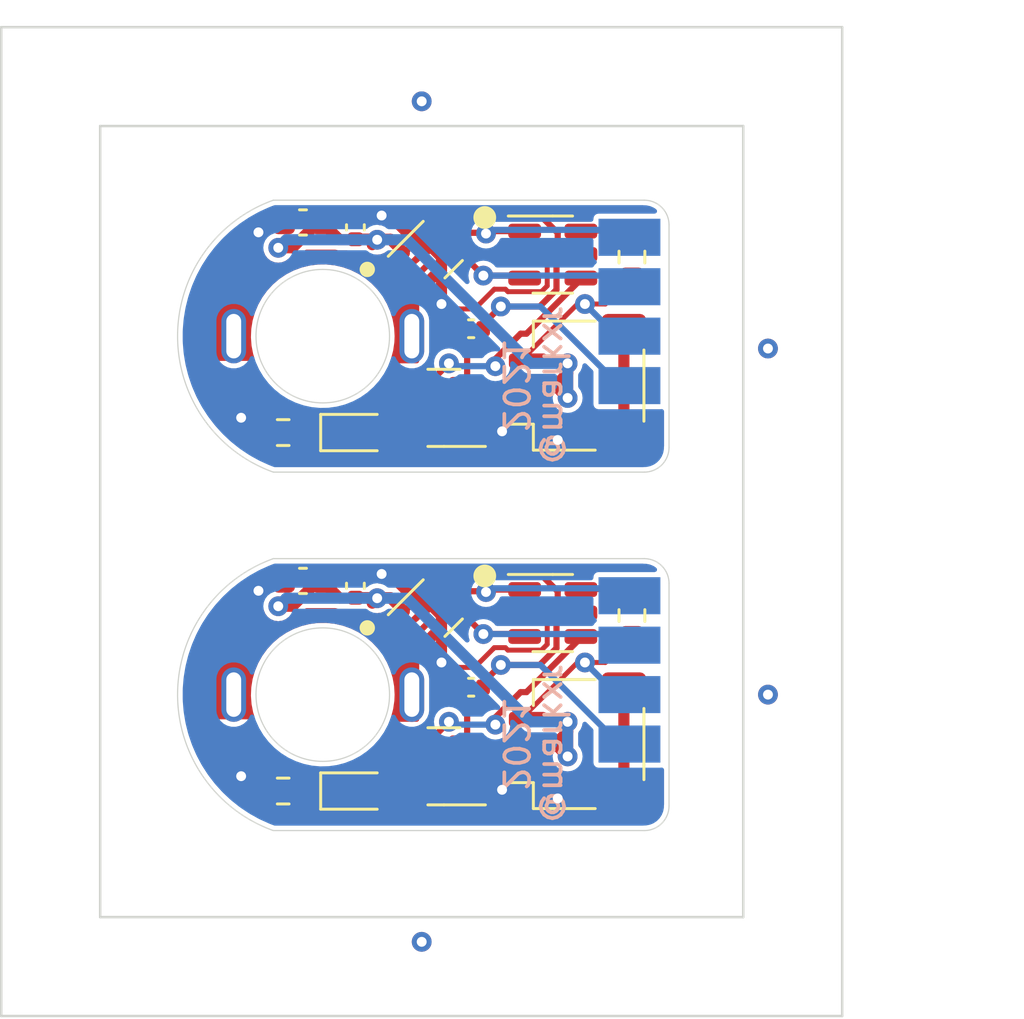
<source format=kicad_pcb>
(kicad_pcb (version 20210108) (generator pcbnew)
  (layers (0 "F.Cu" signal) (31 "B.Cu" signal) (34 "B.Paste" user) (35 "F.Paste" user) (36 "B.SilkS" user "B.Silkscreen") (37 "F.SilkS" user "F.Silkscreen") (38 "B.Mask" user) (39 "F.Mask" user) (44 "Edge.Cuts" user))
  (net 0 "")
  (net 1 "GND")
  (net 2 "VBAT")
  (net 3 "/VLOGIC")
  (net 4 "PWMIN")
  (net 5 "/MOTORF")
  (net 6 "/MOTORR")
  (net 7 "BLINKY")
  (net 8 "Net-(D1-Pad1)")
  (net 9 "/MOTOROUT1")
  (net 10 "/MOTOROUT2")
  (net 11 "/PWMR")
  (footprint "Connector_JST:JST_SH_SM03B-SRSS-TB_1x03-1MP_P1.00mm_Horizontal" (layer "F.Cu") (at 170.3 83.5 90)
    (fp_text reference "J1" hide)
    (fp_text value "Servo wire input" hide)
    (fp_line (start -1.56 -1.785) (end -1.56 -2.775) (layer "F.SilkS") (width 0.12))
    (fp_line (start 2.61 0.715) (end 2.61 -1.785) (layer "F.SilkS") (width 0.12))
    (fp_line (start -2.61 -1.785) (end -1.56 -1.785) (layer "F.SilkS") (width 0.12))
    (fp_line (start -2.61 0.715) (end -2.61 -1.785) (layer "F.SilkS") (width 0.12))
    (fp_line (start 2.61 -1.785) (end 1.56 -1.785) (layer "F.SilkS") (width 0.12))
    (fp_line (start -1.44 2.685) (end 1.44 2.685) (layer "F.SilkS") (width 0.12))
    (pad "1" smd roundrect (at -1 -2 90) (size 0.6 1.55) (layers "F.Cu" "F.Paste" "F.Mask") (net 1 "GND"))
    (pad "2" smd roundrect (at 0 -2 90) (size 0.6 1.55) (layers "F.Cu" "F.Paste" "F.Mask") (net 2 "VBAT"))
    (pad "3" smd roundrect (at 1 -2 90) (size 0.6 1.55) (layers "F.Cu" "F.Paste" "F.Mask") (net 4 "PWMIN"))
    (pad "MP" smd roundrect (at 2.3 1.875 90) (size 1.2 1.8) (layers "F.Cu" "F.Paste" "F.Mask") (roundrect_rratio 0.208333) (net 1 "GND"))
    (pad "MP" smd roundrect (at -2.3 1.875 90) (size 1.2 1.8) (layers "F.Cu" "F.Paste" "F.Mask") (roundrect_rratio 0.208333) (net 1 "GND"))
  )
  (footprint "LED_SMD:LED_0603_1608Metric" (layer "F.Cu") (at 161.4 85.4)
    (fp_text reference "D1" hide)
    (fp_text value "LED" hide)
    (fp_line (start -1.485 0.735) (end 0.8 0.735) (layer "F.SilkS") (width 0.12))
    (fp_line (start 0.8 -0.735) (end -1.485 -0.735) (layer "F.SilkS") (width 0.12))
    (fp_line (start -1.485 -0.735) (end -1.485 0.735) (layer "F.SilkS") (width 0.12))
    (pad "1" smd roundrect (at -0.7875 0) (size 0.875 0.95) (layers "F.Cu" "F.Paste" "F.Mask") (net 8 "Net-(D1-Pad1)"))
    (pad "2" smd roundrect (at 0.7875 0) (size 0.875 0.95) (layers "F.Cu" "F.Paste" "F.Mask") (net 7 "BLINKY"))
  )
  (footprint "motorback:drv8837_custom" (layer "F.Cu") (at 164.5 78 45)
    (fp_text reference "U1" hide)
    (fp_text value "DRV8837DSGR" hide)
    (fp_line (start -1.5 -1.12) (end 0.5 -1.12) (layer "F.SilkS") (width 0.12))
    (fp_line (start 0.5 1.12) (end -0.5 1.12) (layer "F.SilkS") (width 0.12))
    (pad "1" smd rect (at -0.95 -0.75 45) (size 0.5 0.25) (layers "F.Cu" "F.Paste" "F.Mask") (net 2 "VBAT"))
    (pad "2" smd rect (at -0.95 -0.25 45) (size 0.5 0.25) (layers "F.Cu" "F.Paste" "F.Mask") (net 9 "/MOTOROUT1"))
    (pad "3" smd rect (at -0.95 0.25 45) (size 0.5 0.25) (layers "F.Cu" "F.Paste" "F.Mask") (net 10 "/MOTOROUT2"))
    (pad "4" smd rect (at -0.95 0.75 45) (size 0.5 0.25) (layers "F.Cu" "F.Paste" "F.Mask") (net 1 "GND"))
    (pad "5" smd rect (at 0.95 0.75 45) (size 0.5 0.25) (layers "F.Cu" "F.Paste" "F.Mask") (net 6 "/MOTORR"))
    (pad "6" smd rect (at 0.95 0.25 45) (size 0.5 0.25) (layers "F.Cu" "F.Paste" "F.Mask") (net 5 "/MOTORF"))
    (pad "7" smd rect (at 0.95 -0.25 45) (size 0.5 0.25) (layers "F.Cu" "F.Paste" "F.Mask") (net 3 "/VLOGIC"))
    (pad "8" smd rect (at 0.95 -0.75 45) (size 0.5 0.25) (layers "F.Cu" "F.Paste" "F.Mask") (net 3 "/VLOGIC"))
    (pad "9" smd rect (at 0 -0.4 45) (size 0.9 0.8) (layers "F.Cu" "F.Mask") (net 1 "GND"))
  )
  (footprint "Connector_JST:JST_SH_SM03B-SRSS-TB_1x03-1MP_P1.00mm_Horizontal" (layer "F.Cu") (at 170.3 98 90)
    (fp_text reference "J1" hide)
    (fp_text value "Servo wire input" hide)
    (fp_line (start 2.61 -1.785) (end 1.56 -1.785) (layer "F.SilkS") (width 0.12))
    (fp_line (start -1.56 -1.785) (end -1.56 -2.775) (layer "F.SilkS") (width 0.12))
    (fp_line (start -2.61 0.715) (end -2.61 -1.785) (layer "F.SilkS") (width 0.12))
    (fp_line (start -2.61 -1.785) (end -1.56 -1.785) (layer "F.SilkS") (width 0.12))
    (fp_line (start -1.44 2.685) (end 1.44 2.685) (layer "F.SilkS") (width 0.12))
    (fp_line (start 2.61 0.715) (end 2.61 -1.785) (layer "F.SilkS") (width 0.12))
    (pad "1" smd roundrect (at -1 -2 90) (size 0.6 1.55) (layers "F.Cu" "F.Paste" "F.Mask") (net 1 "GND"))
    (pad "2" smd roundrect (at 0 -2 90) (size 0.6 1.55) (layers "F.Cu" "F.Paste" "F.Mask") (net 2 "VBAT"))
    (pad "3" smd roundrect (at 1 -2 90) (size 0.6 1.55) (layers "F.Cu" "F.Paste" "F.Mask") (net 4 "PWMIN"))
    (pad "MP" smd roundrect (at 2.3 1.875 90) (size 1.2 1.8) (layers "F.Cu" "F.Paste" "F.Mask") (roundrect_rratio 0.208333) (net 1 "GND"))
    (pad "MP" smd roundrect (at -2.3 1.875 90) (size 1.2 1.8) (layers "F.Cu" "F.Paste" "F.Mask") (roundrect_rratio 0.208333) (net 1 "GND"))
  )
  (footprint "Resistor_SMD:R_0603_1608Metric" (layer "F.Cu") (at 158.4 99.9)
    (fp_text reference "R1" hide)
    (fp_text value "680R" hide)
    (fp_line (start -0.237258 -0.5225) (end 0.237258 -0.5225) (layer "F.SilkS") (width 0.12))
    (fp_line (start -0.237258 0.5225) (end 0.237258 0.5225) (layer "F.SilkS") (width 0.12))
    (pad "1" smd roundrect (at -0.825 0) (size 0.8 0.95) (layers "F.Cu" "F.Paste" "F.Mask") (net 1 "GND"))
    (pad "2" smd roundrect (at 0.825 0) (size 0.8 0.95) (layers "F.Cu" "F.Paste" "F.Mask") (net 8 "Net-(D1-Pad1)"))
  )
  (footprint "LED_SMD:LED_0603_1608Metric" (layer "F.Cu") (at 161.4 99.9)
    (fp_text reference "D1" hide)
    (fp_text value "LED" hide)
    (fp_line (start -1.485 0.735) (end 0.8 0.735) (layer "F.SilkS") (width 0.12))
    (fp_line (start 0.8 -0.735) (end -1.485 -0.735) (layer "F.SilkS") (width 0.12))
    (fp_line (start -1.485 -0.735) (end -1.485 0.735) (layer "F.SilkS") (width 0.12))
    (pad "1" smd roundrect (at -0.7875 0) (size 0.875 0.95) (layers "F.Cu" "F.Paste" "F.Mask") (net 8 "Net-(D1-Pad1)"))
    (pad "2" smd roundrect (at 0.7875 0) (size 0.875 0.95) (layers "F.Cu" "F.Paste" "F.Mask") (net 7 "BLINKY"))
  )
  (footprint "Capacitor_SMD:C_0603_1608Metric" (layer "F.Cu") (at 159.2 91.4 180)
    (fp_text reference "C1" hide)
    (fp_text value "10uF" hide)
    (fp_line (start -0.14058 -0.51) (end 0.14058 -0.51) (layer "F.SilkS") (width 0.12))
    (fp_line (start -0.14058 0.51) (end 0.14058 0.51) (layer "F.SilkS") (width 0.12))
    (pad "1" smd roundrect (at -0.775 0 180) (size 0.9 0.95) (layers "F.Cu" "F.Paste" "F.Mask") (net 2 "VBAT"))
    (pad "2" smd roundrect (at 0.775 0 180) (size 0.9 0.95) (layers "F.Cu" "F.Paste" "F.Mask") (net 1 "GND"))
  )
  (footprint "motorback:motorpad" (layer "F.Cu") (at 163.4 96)
    (fp_text reference "J3" hide)
    (fp_text value "Conn_01x01_Male" hide)
    (pad "1" thru_hole oval (at 0.2 0) (size 1 2.2) (drill oval 0.6 1.8) (layers *.Cu *.Mask) (net 10 "/MOTOROUT2"))
  )
  (footprint "Resistor_SMD:R_0603_1608Metric" (layer "F.Cu") (at 172.5 78.3 90)
    (fp_text reference "R2" hide)
    (fp_text value "680R" hide)
    (fp_line (start -0.237258 -0.5225) (end 0.237258 -0.5225) (layer "F.SilkS") (width 0.12))
    (fp_line (start -0.237258 0.5225) (end 0.237258 0.5225) (layer "F.SilkS") (width 0.12))
    (pad "1" smd roundrect (at -0.825 0 90) (size 0.8 0.95) (layers "F.Cu" "F.Paste" "F.Mask") (net 4 "PWMIN"))
    (pad "2" smd roundrect (at 0.825 0 90) (size 0.8 0.95) (layers "F.Cu" "F.Paste" "F.Mask") (net 11 "/PWMR"))
  )
  (footprint "Package_TO_SOT_SMD:SOT-23-6" (layer "F.Cu") (at 169.3 92.7)
    (fp_text reference "U2" hide)
    (fp_text value "ATtiny4-TS" hide)
    (fp_line (start 0 -1.56) (end -1.8 -1.56) (layer "F.SilkS") (width 0.12))
    (fp_line (start 0 1.56) (end -0.8 1.56) (layer "F.SilkS") (width 0.12))
    (fp_line (start 0 -1.56) (end 0.8 -1.56) (layer "F.SilkS") (width 0.12))
    (fp_line (start 0 1.56) (end 0.8 1.56) (layer "F.SilkS") (width 0.12))
    (pad "1" smd roundrect (at -1.1375 -0.95) (size 1.325 0.6) (layers "F.Cu" "F.Paste" "F.Mask") (net 5 "/MOTORF"))
    (pad "2" smd roundrect (at -1.1375 0) (size 1.325 0.6) (layers "F.Cu" "F.Paste" "F.Mask") (net 1 "GND"))
    (pad "3" smd roundrect (at -1.1375 0.95) (size 1.325 0.6) (layers "F.Cu" "F.Paste" "F.Mask") (net 6 "/MOTORR"))
    (pad "4" smd roundrect (at 1.1375 0.95) (size 1.325 0.6) (layers "F.Cu" "F.Paste" "F.Mask") (net 7 "BLINKY"))
    (pad "5" smd roundrect (at 1.1375 0) (size 1.325 0.6) (layers "F.Cu" "F.Paste" "F.Mask") (net 3 "/VLOGIC"))
    (pad "6" smd roundrect (at 1.1375 -0.95) (size 1.325 0.6) (layers "F.Cu" "F.Paste" "F.Mask") (net 11 "/PWMR"))
  )
  (footprint "motorback:drv8837_custom" (layer "F.Cu") (at 164.5 92.5 45)
    (fp_text reference "U1" hide)
    (fp_text value "DRV8837DSGR" hide)
    (fp_line (start 0.5 1.12) (end -0.5 1.12) (layer "F.SilkS") (width 0.12))
    (fp_line (start -1.5 -1.12) (end 0.5 -1.12) (layer "F.SilkS") (width 0.12))
    (pad "1" smd rect (at -0.95 -0.75 45) (size 0.5 0.25) (layers "F.Cu" "F.Paste" "F.Mask") (net 2 "VBAT"))
    (pad "2" smd rect (at -0.95 -0.25 45) (size 0.5 0.25) (layers "F.Cu" "F.Paste" "F.Mask") (net 9 "/MOTOROUT1"))
    (pad "3" smd rect (at -0.95 0.25 45) (size 0.5 0.25) (layers "F.Cu" "F.Paste" "F.Mask") (net 10 "/MOTOROUT2"))
    (pad "4" smd rect (at -0.95 0.75 45) (size 0.5 0.25) (layers "F.Cu" "F.Paste" "F.Mask") (net 1 "GND"))
    (pad "5" smd rect (at 0.95 0.75 45) (size 0.5 0.25) (layers "F.Cu" "F.Paste" "F.Mask") (net 6 "/MOTORR"))
    (pad "6" smd rect (at 0.95 0.25 45) (size 0.5 0.25) (layers "F.Cu" "F.Paste" "F.Mask") (net 5 "/MOTORF"))
    (pad "7" smd rect (at 0.95 -0.25 45) (size 0.5 0.25) (layers "F.Cu" "F.Paste" "F.Mask") (net 3 "/VLOGIC"))
    (pad "8" smd rect (at 0.95 -0.75 45) (size 0.5 0.25) (layers "F.Cu" "F.Paste" "F.Mask") (net 3 "/VLOGIC"))
    (pad "9" smd rect (at 0 -0.4 45) (size 0.9 0.8) (layers "F.Cu" "F.Mask") (net 1 "GND"))
  )
  (footprint "Capacitor_SMD:C_0402_1005Metric" (layer "F.Cu") (at 161.32 77.1 90)
    (fp_text reference "C2" hide)
    (fp_text value "1uF" hide)
    (fp_line (start -0.107836 -0.36) (end 0.107836 -0.36) (layer "F.SilkS") (width 0.12))
    (fp_line (start -0.107836 0.36) (end 0.107836 0.36) (layer "F.SilkS") (width 0.12))
    (pad "1" smd roundrect (at -0.48 0 90) (size 0.56 0.62) (layers "F.Cu" "F.Paste" "F.Mask") (net 2 "VBAT"))
    (pad "2" smd roundrect (at 0.48 0 90) (size 0.56 0.62) (layers "F.Cu" "F.Paste" "F.Mask") (net 1 "GND"))
  )
  (footprint "Package_TO_SOT_SMD:SOT-23" (layer "F.Cu") (at 164.9 84.4 180)
    (fp_text reference "U3" hide)
    (fp_text value "AIC1734-33GUTR" hide)
    (fp_line (start 0 -1.56) (end -1.675 -1.56) (layer "F.SilkS") (width 0.12))
    (fp_line (start 0 1.56) (end -0.65 1.56) (layer "F.SilkS") (width 0.12))
    (fp_line (start 0 1.56) (end 0.65 1.56) (layer "F.SilkS") (width 0.12))
    (fp_line (start 0 -1.56) (end 0.65 -1.56) (layer "F.SilkS") (width 0.12))
    (pad "1" smd roundrect (at -0.9375 -0.95 180) (size 1.475 0.6) (layers "F.Cu" "F.Paste" "F.Mask") (net 1 "GND"))
    (pad "2" smd roundrect (at -0.9375 0.95 180) (size 1.475 0.6) (layers "F.Cu" "F.Paste" "F.Mask") (net 3 "/VLOGIC"))
    (pad "3" smd roundrect (at 0.9375 0 180) (size 1.475 0.6) (layers "F.Cu" "F.Paste" "F.Mask") (net 2 "VBAT"))
  )
  (footprint "Resistor_SMD:R_0603_1608Metric" (layer "F.Cu") (at 172.5 92.8 90)
    (fp_text reference "R2" hide)
    (fp_text value "680R" hide)
    (fp_line (start -0.237258 -0.5225) (end 0.237258 -0.5225) (layer "F.SilkS") (width 0.12))
    (fp_line (start -0.237258 0.5225) (end 0.237258 0.5225) (layer "F.SilkS") (width 0.12))
    (pad "1" smd roundrect (at -0.825 0 90) (size 0.8 0.95) (layers "F.Cu" "F.Paste" "F.Mask") (net 4 "PWMIN"))
    (pad "2" smd roundrect (at 0.825 0 90) (size 0.8 0.95) (layers "F.Cu" "F.Paste" "F.Mask") (net 11 "/PWMR"))
  )
  (footprint "Capacitor_SMD:C_0603_1608Metric" (layer "F.Cu") (at 159.2 76.9 180)
    (fp_text reference "C1" hide)
    (fp_text value "10uF" hide)
    (fp_line (start -0.14058 -0.51) (end 0.14058 -0.51) (layer "F.SilkS") (width 0.12))
    (fp_line (start -0.14058 0.51) (end 0.14058 0.51) (layer "F.SilkS") (width 0.12))
    (pad "1" smd roundrect (at -0.775 0 180) (size 0.9 0.95) (layers "F.Cu" "F.Paste" "F.Mask") (net 2 "VBAT"))
    (pad "2" smd roundrect (at 0.775 0 180) (size 0.9 0.95) (layers "F.Cu" "F.Paste" "F.Mask") (net 1 "GND"))
  )
  (footprint "Resistor_SMD:R_0603_1608Metric" (layer "F.Cu") (at 158.4 85.4)
    (fp_text reference "R1" hide)
    (fp_text value "680R" hide)
    (fp_line (start -0.237258 0.5225) (end 0.237258 0.5225) (layer "F.SilkS") (width 0.12))
    (fp_line (start -0.237258 -0.5225) (end 0.237258 -0.5225) (layer "F.SilkS") (width 0.12))
    (pad "1" smd roundrect (at -0.825 0) (size 0.8 0.95) (layers "F.Cu" "F.Paste" "F.Mask") (net 1 "GND"))
    (pad "2" smd roundrect (at 0.825 0) (size 0.8 0.95) (layers "F.Cu" "F.Paste" "F.Mask") (net 8 "Net-(D1-Pad1)"))
  )
  (footprint "motorback:motorpad" (layer "F.Cu") (at 156.6 81.5)
    (fp_text reference "J2" hide)
    (fp_text value "Conn_01x01_Male" hide)
    (pad "1" thru_hole oval (at -0.2 0) (size 1 2.2) (drill oval 0.6 1.8) (layers *.Cu *.Mask) (net 9 "/MOTOROUT1"))
  )
  (footprint "motorback:motorpad" (layer "F.Cu") (at 156.6 96)
    (fp_text reference "J2" hide)
    (fp_text value "Conn_01x01_Male" hide)
    (pad "1" thru_hole oval (at -0.2 0) (size 1 2.2) (drill oval 0.6 1.8) (layers *.Cu *.Mask) (net 9 "/MOTOROUT1"))
  )
  (footprint "motorback:motorpad" (layer "F.Cu") (at 163.4 81.5)
    (fp_text reference "J3" hide)
    (fp_text value "Conn_01x01_Male" hide)
    (pad "1" thru_hole oval (at 0.2 0) (size 1 2.2) (drill oval 0.6 1.8) (layers *.Cu *.Mask) (net 10 "/MOTOROUT2"))
  )
  (footprint "Capacitor_SMD:C_0402_1005Metric" (layer "F.Cu") (at 161.32 91.6 90)
    (fp_text reference "C2" hide)
    (fp_text value "1uF" hide)
    (fp_line (start -0.107836 -0.36) (end 0.107836 -0.36) (layer "F.SilkS") (width 0.12))
    (fp_line (start -0.107836 0.36) (end 0.107836 0.36) (layer "F.SilkS") (width 0.12))
    (pad "1" smd roundrect (at -0.48 0 90) (size 0.56 0.62) (layers "F.Cu" "F.Paste" "F.Mask") (net 2 "VBAT"))
    (pad "2" smd roundrect (at 0.48 0 90) (size 0.56 0.62) (layers "F.Cu" "F.Paste" "F.Mask") (net 1 "GND"))
  )
  (footprint "Package_TO_SOT_SMD:SOT-23" (layer "F.Cu") (at 164.9 98.9 180)
    (fp_text reference "U3" hide)
    (fp_text value "AIC1734-33GUTR" hide)
    (fp_line (start 0 -1.56) (end -1.675 -1.56) (layer "F.SilkS") (width 0.12))
    (fp_line (start 0 -1.56) (end 0.65 -1.56) (layer "F.SilkS") (width 0.12))
    (fp_line (start 0 1.56) (end -0.65 1.56) (layer "F.SilkS") (width 0.12))
    (fp_line (start 0 1.56) (end 0.65 1.56) (layer "F.SilkS") (width 0.12))
    (pad "1" smd roundrect (at -0.9375 -0.95 180) (size 1.475 0.6) (layers "F.Cu" "F.Paste" "F.Mask") (net 1 "GND"))
    (pad "2" smd roundrect (at -0.9375 0.95 180) (size 1.475 0.6) (layers "F.Cu" "F.Paste" "F.Mask") (net 3 "/VLOGIC"))
    (pad "3" smd roundrect (at 0.9375 0 180) (size 1.475 0.6) (layers "F.Cu" "F.Paste" "F.Mask") (net 2 "VBAT"))
  )
  (footprint "Capacitor_SMD:C_0402_1005Metric" (layer "F.Cu") (at 166 81.2 180)
    (fp_text reference "C3" hide)
    (fp_text value "1uF" hide)
    (fp_line (start -0.107836 -0.36) (end 0.107836 -0.36) (layer "F.SilkS") (width 0.12))
    (fp_line (start -0.107836 0.36) (end 0.107836 0.36) (layer "F.SilkS") (width 0.12))
    (pad "1" smd roundrect (at -0.48 0 180) (size 0.56 0.62) (layers "F.Cu" "F.Paste" "F.Mask") (net 3 "/VLOGIC"))
    (pad "2" smd roundrect (at 0.48 0 180) (size 0.56 0.62) (layers "F.Cu" "F.Paste" "F.Mask") (net 1 "GND"))
  )
  (footprint "Package_TO_SOT_SMD:SOT-23-6" (layer "F.Cu") (at 169.3 78.2)
    (fp_text reference "U2" hide)
    (fp_text value "ATtiny4-TS" hide)
    (fp_line (start 0 -1.56) (end -1.8 -1.56) (layer "F.SilkS") (width 0.12))
    (fp_line (start 0 -1.56) (end 0.8 -1.56) (layer "F.SilkS") (width 0.12))
    (fp_line (start 0 1.56) (end 0.8 1.56) (layer "F.SilkS") (width 0.12))
    (fp_line (start 0 1.56) (end -0.8 1.56) (layer "F.SilkS") (width 0.12))
    (pad "1" smd roundrect (at -1.1375 -0.95) (size 1.325 0.6) (layers "F.Cu" "F.Paste" "F.Mask") (net 5 "/MOTORF"))
    (pad "2" smd roundrect (at -1.1375 0) (size 1.325 0.6) (layers "F.Cu" "F.Paste" "F.Mask") (net 1 "GND"))
    (pad "3" smd roundrect (at -1.1375 0.95) (size 1.325 0.6) (layers "F.Cu" "F.Paste" "F.Mask") (net 6 "/MOTORR"))
    (pad "4" smd roundrect (at 1.1375 0.95) (size 1.325 0.6) (layers "F.Cu" "F.Paste" "F.Mask") (net 7 "BLINKY"))
    (pad "5" smd roundrect (at 1.1375 0) (size 1.325 0.6) (layers "F.Cu" "F.Paste" "F.Mask") (net 3 "/VLOGIC"))
    (pad "6" smd roundrect (at 1.1375 -0.95) (size 1.325 0.6) (layers "F.Cu" "F.Paste" "F.Mask") (net 11 "/PWMR"))
  )
  (footprint "Capacitor_SMD:C_0402_1005Metric" (layer "F.Cu") (at 166 95.7 180)
    (fp_text reference "C3" hide)
    (fp_text value "1uF" hide)
    (fp_line (start -0.107836 -0.36) (end 0.107836 -0.36) (layer "F.SilkS") (width 0.12))
    (fp_line (start -0.107836 0.36) (end 0.107836 0.36) (layer "F.SilkS") (width 0.12))
    (pad "1" smd roundrect (at -0.48 0 180) (size 0.56 0.62) (layers "F.Cu" "F.Paste" "F.Mask") (net 3 "/VLOGIC"))
    (pad "2" smd roundrect (at 0.48 0 180) (size 0.56 0.62) (layers "F.Cu" "F.Paste" "F.Mask") (net 1 "GND"))
  )
  (footprint "motorback:pogopins_5" (layer "B.Cu") (at 172.4 81.5 90)
    (fp_text reference "J4" hide)
    (fp_text value "prog_pins" hide)
    (pad "1" smd rect (at -4 0 90) (size 1.5 2.5) (layers "B.Cu" "B.Paste" "B.Mask") (net 1 "GND"))
    (pad "2" smd rect (at -2 0 90) (size 1.5 2.5) (layers "B.Cu" "B.Paste" "B.Mask") (net 3 "/VLOGIC"))
    (pad "3" smd rect (at 0 0 90) (size 1.5 2.5) (layers "B.Cu" "B.Paste" "B.Mask") (net 4 "PWMIN"))
    (pad "4" smd rect (at 2 0 90) (size 1.5 2.5) (layers "B.Cu" "B.Paste" "B.Mask") (net 6 "/MOTORR"))
    (pad "5" smd rect (at 4 0 90) (size 1.5 2.5) (layers "B.Cu" "B.Paste" "B.Mask") (net 5 "/MOTORF"))
  )
  (footprint "motorback:pogopins_5" (layer "B.Cu") (at 172.4 96 90)
    (fp_text reference "J4" hide)
    (fp_text value "prog_pins" hide)
    (pad "1" smd rect (at -4 0 90) (size 1.5 2.5) (layers "B.Cu" "B.Paste" "B.Mask") (net 1 "GND"))
    (pad "2" smd rect (at -2 0 90) (size 1.5 2.5) (layers "B.Cu" "B.Paste" "B.Mask") (net 3 "/VLOGIC"))
    (pad "3" smd rect (at 0 0 90) (size 1.5 2.5) (layers "B.Cu" "B.Paste" "B.Mask") (net 4 "PWMIN"))
    (pad "4" smd rect (at 2 0 90) (size 1.5 2.5) (layers "B.Cu" "B.Paste" "B.Mask") (net 6 "/MOTORR"))
    (pad "5" smd rect (at 4 0 90) (size 1.5 2.5) (layers "B.Cu" "B.Paste" "B.Mask") (net 5 "/MOTORF"))
  )
  (gr_circle (center 166.55 91.2) (end 166.95 91.2) (layer "F.SilkS") (width 0.12) (fill solid))
  (gr_circle (center 166.55 76.7) (end 166.95 76.7) (layer "F.SilkS") (width 0.12) (fill solid))
  (gr_circle (center 161.8 93.3) (end 162.05 93.3) (layer "F.SilkS") (width 0.12) (fill solid))
  (gr_circle (center 161.8 78.8) (end 162.05 78.8) (layer "F.SilkS") (width 0.12) (fill solid))
  (gr_line (start 158 76) (end 173 76) (layer "Edge.Cuts") (width 0.05))
  (gr_line (start 158 101.5) (end 173 101.5) (layer "Edge.Cuts") (width 0.05))
  (gr_line (start 151 73) (end 177 73) (layer "Edge.Cuts") (width 0.1))
  (gr_arc (start 159.972702 81.5) (end 158 76) (angle -140.5369116) (layer "Edge.Cuts") (width 0.05))
  (gr_arc (start 173 77) (end 174 77) (angle -90) (layer "Edge.Cuts") (width 0.05))
  (gr_line (start 147 69) (end 181 69) (layer "Edge.Cuts") (width 0.1))
  (gr_line (start 177 73) (end 177 105) (layer "Edge.Cuts") (width 0.1))
  (gr_line (start 181 109) (end 147 109) (layer "Edge.Cuts") (width 0.1))
  (gr_line (start 174 91.5) (end 174 100.5) (layer "Edge.Cuts") (width 0.05))
  (gr_line (start 151 105) (end 151 73) (layer "Edge.Cuts") (width 0.1))
  (gr_arc (start 159.972702 96) (end 158 90.5) (angle -140.5369116) (layer "Edge.Cuts") (width 0.05))
  (gr_line (start 158 87) (end 173 87) (layer "Edge.Cuts") (width 0.05))
  (gr_line (start 174 77) (end 174 86) (layer "Edge.Cuts") (width 0.05))
  (gr_arc (start 173 91.5) (end 174 91.5) (angle -90) (layer "Edge.Cuts") (width 0.05))
  (gr_line (start 147 109) (end 147 69) (layer "Edge.Cuts") (width 0.1))
  (gr_arc (start 173 86) (end 173 87) (angle -90) (layer "Edge.Cuts") (width 0.05))
  (gr_line (start 181 69) (end 181 109) (layer "Edge.Cuts") (width 0.1))
  (gr_circle (center 160 81.5) (end 162.7 81.5) (layer "Edge.Cuts") (width 0.05) (fill none))
  (gr_arc (start 173 100.5) (end 173 101.5) (angle -90) (layer "Edge.Cuts") (width 0.05))
  (gr_line (start 158 90.5) (end 173 90.5) (layer "Edge.Cuts") (width 0.05))
  (gr_circle (center 160 96) (end 162.7 96) (layer "Edge.Cuts") (width 0.05) (fill none))
  (gr_line (start 177 105) (end 151 105) (layer "Edge.Cuts") (width 0.1))
  (gr_text "@markxr\n2021" (at 168.6 83.5 270) (layer "B.SilkS") (effects (font (size 1 1)) (justify mirror)))
  (gr_text "@markxr\n2021" (at 168.6 98 270) (layer "B.SilkS") (effects (font (size 1 1)) (justify mirror)))
  (via (at 178 96) (size 0.8) (drill 0.4) (layers "F.Cu" "B.Cu") (net 0))
  (via (at 178 82) (size 0.8) (drill 0.4) (layers "F.Cu" "B.Cu") (net 0))
  (via (at 164 106) (size 0.8) (drill 0.4) (layers "F.Cu" "B.Cu") (net 0))
  (via (at 164 72) (size 0.8) (drill 0.4) (layers "F.Cu" "B.Cu") (net 0))
  (segment (start 172.175 95.7) (end 172.175 100.3) (width 0.45) (layer "F.Cu") (net 1))
  (segment (start 164.8 93.260661) (end 164.358579 93.702082) (width 0.45) (layer "F.Cu") (net 1))
  (segment (start 169.07502 92.85002) (end 169.07502 93.965694) (width 0.2) (layer "F.Cu") (net 1))
  (segment (start 168.1625 78.2) (end 168.925 78.2) (width 0.2) (layer "F.Cu") (net 1))
  (segment (start 157.8 91.4) (end 157.4 91.8) (width 0.45) (layer "F.Cu") (net 1))
  (segment (start 157.3 99.9) (end 156.7 99.3) (width 0.45) (layer "F.Cu") (net 1))
  (segment (start 169.07502 79.465694) (end 168.840694 79.70002) (width 0.2) (layer "F.Cu") (net 1))
  (segment (start 157.575 85.4) (end 157.3 85.4) (width 0.45) (layer "F.Cu") (net 1))
  (segment (start 166.137998 80.4) (end 165.5 80.4) (width 0.2) (layer "F.Cu") (net 1))
  (segment (start 162.38 91.12) (end 162.72 91.12) (width 0.45) (layer "F.Cu") (net 1))
  (segment (start 166.937998 79.6) (end 166.137998 80.4) (width 0.2) (layer "F.Cu") (net 1))
  (segment (start 166.937998 94.1) (end 166.887999 94.149999) (width 0.2) (layer "F.Cu") (net 1))
  (segment (start 168.1625 92.7) (end 168.925 92.7) (width 0.2) (layer "F.Cu") (net 1))
  (segment (start 167.45 99.85) (end 168.3 99) (width 0.45) (layer "F.Cu") (net 1))
  (segment (start 166.937998 94.1) (end 166.137998 94.9) (width 0.2) (layer "F.Cu") (net 1))
  (segment (start 169.6 100.3) (end 172.175 100.3) (width 0.45) (layer "F.Cu") (net 1))
  (segment (start 167.484306 79.70002) (end 167.384286 79.6) (width 0.2) (layer "F.Cu") (net 1))
  (segment (start 166.937998 79.6) (end 166.887999 79.649999) (width 0.2) (layer "F.Cu") (net 1))
  (segment (start 168.3 84.5) (end 169.5 85.7) (width 0.45) (layer "F.Cu") (net 1))
  (segment (start 169.07502 78.35002) (end 169.07502 79.465694) (width 0.2) (layer "F.Cu") (net 1))
  (segment (start 168.925 78.2) (end 169.07502 78.35002) (width 0.2) (layer "F.Cu") (net 1))
  (segment (start 164.217157 92.217157) (end 164.8 92.8) (width 0.45) (layer "F.Cu") (net 1))
  (segment (start 167.45 85.35) (end 168.3 84.5) (width 0.45) (layer "F.Cu") (net 1))
  (segment (start 165 80.4) (end 164.8 80.2) (width 0.2) (layer "F.Cu") (net 1))
  (segment (start 157.575 99.9) (end 157.3 99.9) (width 0.45) (layer "F.Cu") (net 1))
  (segment (start 167.384286 79.6) (end 166.937998 79.6) (width 0.2) (layer "F.Cu") (net 1))
  (segment (start 165.5 80.4) (end 165.5 81.18) (width 0.2) (layer "F.Cu") (net 1))
  (segment (start 164.217157 77.717157) (end 164.8 78.3) (width 0.45) (layer "F.Cu") (net 1))
  (segment (start 169.07502 93.965694) (end 168.840694 94.20002) (width 0.2) (layer "F.Cu") (net 1))
  (segment (start 170.2 100.3) (end 172.175 100.3) (width 0.45) (layer "F.Cu") (net 1))
  (segment (start 167.25 99.85) (end 167.45 99.85) (width 0.45) (layer "F.Cu") (net 1))
  (segment (start 165 94.9) (end 164.8 94.7) (width 0.2) (layer "F.Cu") (net 1))
  (segment (start 162.72 76.62) (end 163.717157 77.617157) (width 0.45) (layer "F.Cu") (net 1))
  (segment (start 164.8 78.3) (end 164.8 78.760661) (width 0.45) (layer "F.Cu") (net 1))
  (segment (start 165.8375 85.35) (end 167.25 85.35) (width 0.45) (layer "F.Cu") (net 1))
  (segment (start 164.8 93.260661) (end 164.8 94.7) (width 0.45) (layer "F.Cu") (net 1))
  (segment (start 169.6 85.8) (end 172.175 85.8) (width 0.45) (layer "F.Cu") (net 1))
  (segment (start 164.8 92.8) (end 164.8 93.2) (width 0.45) (layer "F.Cu") (net 1))
  (segment (start 168.840694 79.70002) (end 167.484306 79.70002) (width 0.2) (layer "F.Cu") (net 1))
  (segment (start 172.175 81.2) (end 172.175 85.8) (width 0.45) (layer "F.Cu") (net 1))
  (segment (start 169.5 100.2) (end 169.6 100.3) (width 0.45) (layer "F.Cu") (net 1))
  (segment (start 158.425 91.4) (end 157.8 91.4) (width 0.45) (layer "F.Cu") (net 1))
  (segment (start 157.8 76.9) (end 157.4 77.3) (width 0.45) (layer "F.Cu") (net 1))
  (segment (start 168.925 92.7) (end 169.07502 92.85002) (width 0.2) (layer "F.Cu") (net 1))
  (segment (start 165.5 94.9) (end 165.5 95.68) (width 0.2) (layer "F.Cu") (net 1))
  (segment (start 167.384286 94.1) (end 166.937998 94.1) (width 0.2) (layer "F.Cu") (net 1))
  (segment (start 170.2 85.8) (end 172.175 85.8) (width 0.45) (layer "F.Cu") (net 1))
  (segment (start 168.3 99) (end 169.5 100.2) (width 0.45) (layer "F.Cu") (net 1))
  (segment (start 164.8 92.8) (end 164.8 93.260661) (width 0.45) (layer "F.Cu") (net 1))
  (segment (start 165.5 81.18) (end 165.52 81.2) (width 0.2) (layer "F.Cu") (net 1))
  (segment (start 161.32 91.12) (end 162.38 91.12) (width 0.45) (layer "F.Cu") (net 1))
  (segment (start 161.32 76.62) (end 162.38 76.62) (width 0.45) (layer "F.Cu") (net 1))
  (segment (start 166.137998 94.9) (end 165.5 94.9) (width 0.2) (layer "F.Cu") (net 1))
  (segment (start 162.38 76.62) (end 162.72 76.62) (width 0.45) (layer "F.Cu") (net 1))
  (segment (start 169.5 85.7) (end 169.6 85.8) (width 0.45) (layer "F.Cu") (net 1))
  (segment (start 165.8375 99.85) (end 167.25 99.85) (width 0.45) (layer "F.Cu") (net 1))
  (segment (start 167.484306 94.20002) (end 167.384286 94.1) (width 0.2) (layer "F.Cu") (net 1))
  (segment (start 165.5 95.68) (end 165.52 95.7) (width 0.2) (layer "F.Cu") (net 1))
  (segment (start 168.840694 94.20002) (end 167.484306 94.20002) (width 0.2) (layer "F.Cu") (net 1))
  (segment (start 162.72 91.12) (end 163.717157 92.117157) (width 0.45) (layer "F.Cu") (net 1))
  (segment (start 164.8 78.760661) (end 164.358579 79.202082) (width 0.45) (layer "F.Cu") (net 1))
  (segment (start 164.8 78.3) (end 164.8 78.7) (width 0.45) (layer "F.Cu") (net 1))
  (segment (start 167.25 85.35) (end 167.45 85.35) (width 0.45) (layer "F.Cu") (net 1))
  (segment (start 164.8 78.760661) (end 164.8 80.2) (width 0.45) (layer "F.Cu") (net 1))
  (segment (start 165.5 80.4) (end 165 80.4) (width 0.2) (layer "F.Cu") (net 1))
  (segment (start 157.3 85.4) (end 156.7 84.8) (width 0.45) (layer "F.Cu") (net 1))
  (segment (start 165.5 94.9) (end 165 94.9) (width 0.2) (layer "F.Cu") (net 1))
  (segment (start 158.425 76.9) (end 157.8 76.9) (width 0.45) (layer "F.Cu") (net 1))
  (via (at 157.4 91.8) (size 0.8) (drill 0.4) (layers "F.Cu" "B.Cu") (net 1))
  (via (at 167.25 99.85) (size 0.8) (drill 0.4) (layers "F.Cu" "B.Cu") (net 1))
  (via (at 169.5 100.2) (size 0.8) (drill 0.4) (layers "F.Cu" "B.Cu") (net 1))
  (via (at 169.5 85.7) (size 0.8) (drill 0.4) (layers "F.Cu" "B.Cu") (net 1))
  (via (at 162.38 91.12) (size 0.8) (drill 0.4) (layers "F.Cu" "B.Cu") (net 1))
  (via (at 164.8 80.2) (size 0.8) (drill 0.4) (layers "F.Cu" "B.Cu") (net 1))
  (via (at 167.25 85.35) (size 0.8) (drill 0.4) (layers "F.Cu" "B.Cu") (net 1))
  (via (at 162.38 76.62) (size 0.8) (drill 0.4) (layers "F.Cu" "B.Cu") (net 1))
  (via (at 156.7 84.8) (size 0.8) (drill 0.4) (layers "F.Cu" "B.Cu") (net 1))
  (via (at 164.8 94.7) (size 0.8) (drill 0.4) (layers "F.Cu" "B.Cu") (net 1))
  (via (at 157.4 77.3) (size 0.8) (drill 0.4) (layers "F.Cu" "B.Cu") (net 1))
  (via (at 156.7 99.3) (size 0.8) (drill 0.4) (layers "F.Cu" "B.Cu") (net 1))
  (segment (start 162 77.8) (end 162.2 77.6) (width 0.45) (layer "F.Cu") (net 2))
  (segment (start 169.4 98) (end 168.3 98) (width 0.45) (layer "F.Cu") (net 2))
  (segment (start 160.675 77.6) (end 162.2 77.6) (width 0.45) (layer "F.Cu") (net 2))
  (segment (start 158.20018 92.425012) (end 158.774988 92.425012) (width 0.45) (layer "F.Cu") (net 2))
  (segment (start 162.18 92.08) (end 162.2 92.1) (width 0.45) (layer "F.Cu") (net 2))
  (segment (start 159.975 76.9) (end 160.675 77.6) (width 0.45) (layer "F.Cu") (net 2))
  (segment (start 162.736497 77.58) (end 163.297918 78.141421) (width 0.45) (layer "F.Cu") (net 2))
  (segment (start 158.20018 77.925012) (end 158.325192 77.8) (width 0.45) (layer "F.Cu") (net 2))
  (segment (start 159.975 91.4) (end 160.675 92.1) (width 0.45) (layer "F.Cu") (net 2))
  (segment (start 161.32 92.08) (end 162.18 92.08) (width 0.45) (layer "F.Cu") (net 2))
  (segment (start 169.4 98) (end 169.9 97.5) (width 0.45) (layer "F.Cu") (net 2))
  (segment (start 161.32 92.08) (end 162.736497 92.08) (width 0.45) (layer "F.Cu") (net 2))
  (segment (start 169.9 98.5) (end 169.4 98) (width 0.45) (layer "F.Cu") (net 2))
  (segment (start 162.18 77.58) (end 162.2 77.6) (width 0.45) (layer "F.Cu") (net 2))
  (segment (start 166.88251 98.9) (end 167.78251 98) (width 0.45) (layer "F.Cu") (net 2))
  (segment (start 158.774988 77.925012) (end 159.8 76.9) (width 0.45) (layer "F.Cu") (net 2))
  (segment (start 169.4 98) (end 169.075 98) (width 0.45) (layer "F.Cu") (net 2))
  (segment (start 163.9625 84.4) (end 166.88251 84.4) (width 0.45) (layer "F.Cu") (net 2))
  (segment (start 169.4 83.5) (end 168.3 83.5) (width 0.45) (layer "F.Cu") (net 2))
  (segment (start 169.4 83.5) (end 169.9 83) (width 0.45) (layer "F.Cu") (net 2))
  (segment (start 169.9 83) (end 169.9 82.6) (width 0.45) (layer "F.Cu") (net 2))
  (segment (start 159.8 91.4) (end 159.975 91.4) (width 0.45) (layer "F.Cu") (net 2))
  (segment (start 162 92.3) (end 162.2 92.1) (width 0.45) (layer "F.Cu") (net 2))
  (segment (start 169.9 84) (end 169.4 83.5) (width 0.45) (layer "F.Cu") (net 2))
  (segment (start 169.9 97.5) (end 169.9 97.1) (width 0.45) (layer "F.Cu") (net 2))
  (segment (start 158.20018 77.925012) (end 158.774988 77.925012) (width 0.45) (layer "F.Cu") (net 2))
  (segment (start 158.20018 92.425012) (end 158.325192 92.3) (width 0.45) (layer "F.Cu") (net 2))
  (segment (start 160.675 92.1) (end 162.2 92.1) (width 0.45) (layer "F.Cu") (net 2))
  (segment (start 162.736497 92.08) (end 163.297918 92.641421) (width 0.45) (layer "F.Cu") (net 2))
  (segment (start 167.78251 83.5) (end 168.3 83.5) (width 0.45) (layer "F.Cu") (net 2))
  (segment (start 169.9 98.5) (end 169.9 97.1) (width 0.45) (layer "F.Cu") (net 2))
  (segment (start 158.774988 92.425012) (end 159.8 91.4) (width 0.45) (layer "F.Cu") (net 2))
  (segment (start 161.32 77.58) (end 162.18 77.58) (width 0.45) (layer "F.Cu") (net 2))
  (segment (start 169.9 82.675) (end 169.9 82.6) (width 0.45) (layer "F.Cu") (net 2))
  (segment (start 161.32 77.58) (end 162.736497 77.58) (width 0.45) (layer "F.Cu") (net 2))
  (segment (start 169.9 84) (end 169.9 82.6) (width 0.45) (layer "F.Cu") (net 2))
  (segment (start 167.78251 98) (end 168.3 98) (width 0.45) (layer "F.Cu") (net 2))
  (segment (start 163.9625 98.9) (end 166.88251 98.9) (width 0.45) (layer "F.Cu") (net 2))
  (segment (start 166.88251 84.4) (end 167.78251 83.5) (width 0.45) (layer "F.Cu") (net 2))
  (segment (start 159.8 76.9) (end 159.975 76.9) (width 0.45) (layer "F.Cu") (net 2))
  (segment (start 169.9 97.175) (end 169.9 97.1) (width 0.45) (layer "F.Cu") (net 2))
  (segment (start 169.4 83.5) (end 169.075 83.5) (width 0.45) (layer "F.Cu") (net 2))
  (via (at 162.2 92.1) (size 0.8) (drill 0.4) (layers "F.Cu" "B.Cu") (net 2))
  (via (at 169.9 84) (size 0.8) (drill 0.4) (layers "F.Cu" "B.Cu") (net 2))
  (via (at 158.20018 92.425012) (size 0.8) (drill 0.4) (layers "F.Cu" "B.Cu") (net 2))
  (via (at 169.9 82.6) (size 0.8) (drill 0.4) (layers "F.Cu" "B.Cu") (net 2))
  (via (at 158.20018 77.925012) (size 0.8) (drill 0.4) (layers "F.Cu" "B.Cu") (net 2))
  (via (at 169.9 97.1) (size 0.8) (drill 0.4) (layers "F.Cu" "B.Cu") (net 2))
  (via (at 162.2 77.6) (size 0.8) (drill 0.4) (layers "F.Cu" "B.Cu") (net 2))
  (via (at 169.9 98.5) (size 0.8) (drill 0.4) (layers "F.Cu" "B.Cu") (net 2))
  (segment (start 169.9 98.5) (end 169.9 97.1) (width 0.45) (layer "B.Cu") (net 2))
  (segment (start 169.9 84) (end 169.9 82.6) (width 0.45) (layer "B.Cu") (net 2))
  (segment (start 158.525192 92.1) (end 162.2 92.1) (width 0.45) (layer "B.Cu") (net 2))
  (segment (start 163.4 92.1) (end 162.2 92.1) (width 0.45) (layer "B.Cu") (net 2))
  (segment (start 168.4 97.1) (end 163.4 92.1) (width 0.45) (layer "B.Cu") (net 2))
  (segment (start 158.20018 77.925012) (end 158.525192 77.6) (width 0.45) (layer "B.Cu") (net 2))
  (segment (start 158.525192 77.6) (end 162.2 77.6) (width 0.45) (layer "B.Cu") (net 2))
  (segment (start 169.9 97.1) (end 168.4 97.1) (width 0.45) (layer "B.Cu") (net 2))
  (segment (start 158.20018 92.425012) (end 158.525192 92.1) (width 0.45) (layer "B.Cu") (net 2))
  (segment (start 163.4 77.6) (end 162.2 77.6) (width 0.45) (layer "B.Cu") (net 2))
  (segment (start 169.9 82.6) (end 168.4 82.6) (width 0.45) (layer "B.Cu") (net 2))
  (segment (start 168.4 82.6) (end 163.4 77.6) (width 0.45) (layer "B.Cu") (net 2))
  (segment (start 168.77106 80.3) (end 167.2 80.3) (width 0.25) (layer "F.Cu") (net 3))
  (segment (start 164.641421 91.297918) (end 164.994975 91.651472) (width 0.25) (layer "F.Cu") (net 3))
  (segment (start 165.8375 81.8425) (end 165.8375 83.45) (width 0.25) (layer "F.Cu") (net 3))
  (segment (start 170.4375 78.2) (end 170.3375 78.1) (width 0.25) (layer "F.Cu") (net 3))
  (segment (start 170.3375 78.1) (end 169.775 78.1) (width 0.25) (layer "F.Cu") (net 3))
  (segment (start 166.48 81.2) (end 166.48 81.02) (width 0.25) (layer "F.Cu") (net 3))
  (segment (start 164.641421 76.797918) (end 164.994975 77.151472) (width 0.25) (layer "F.Cu") (net 3))
  (segment (start 166.48 95.7) (end 165.8375 96.3425) (width 0.25) (layer "F.Cu") (net 3))
  (segment (start 170.3375 92.6) (end 169.775 92.6) (width 0.25) (layer "F.Cu") (net 3))
  (segment (start 164.641421 91.297918) (end 164.839339 91.1) (width 0.25) (layer "F.Cu") (net 3))
  (segment (start 169.49998 77.32391) (end 169.49998 77.99998) (width 0.25) (layer "F.Cu") (net 3))
  (segment (start 166.48 95.52) (end 167.2 94.8) (width 0.25) (layer "F.Cu") (net 3))
  (segment (start 169.775 92.6) (end 169.450031 92.924969) (width 0.25) (layer "F.Cu") (net 3))
  (segment (start 166.48 81.02) (end 167.2 80.3) (width 0.25) (layer "F.Cu") (net 3))
  (segment (start 165.8375 96.3425) (end 165.8375 97.95) (width 0.25) (layer "F.Cu") (net 3))
  (segment (start 169.49998 77.99998) (end 169.6875 78.1875) (width 0.25) (layer "F.Cu") (net 3))
  (segment (start 168.77607 76.6) (end 169.49998 77.32391) (width 0.25) (layer "F.Cu") (net 3))
  (segment (start 164.839339 91.1) (end 168.77607 91.1) (width 0.25) (layer "F.Cu") (net 3))
  (segment (start 166.48 95.7) (end 166.48 95.52) (width 0.25) (layer "F.Cu") (net 3))
  (segment (start 169.775 78.1) (end 169.450031 78.424969) (width 0.25) (layer "F.Cu") (net 3))
  (segment (start 169.450031 92.924969) (end 169.450031 94.121029) (width 0.25) (layer "F.Cu") (net 3))
  (segment (start 169.450031 78.424969) (end 169.450031 79.621029) (width 0.25) (layer "F.Cu") (net 3))
  (segment (start 169.450031 79.621029) (end 168.77106 80.3) (width 0.25) (layer "F.Cu") (net 3))
  (segment (start 169.49998 91.82391) (end 169.49998 92.49998) (width 0.25) (layer "F.Cu") (net 3))
  (segment (start 168.77607 91.1) (end 169.49998 91.82391) (width 0.25) (layer "F.Cu") (net 3))
  (segment (start 164.641421 76.797918) (end 164.839339 76.6) (width 0.25) (layer "F.Cu") (net 3))
  (segment (start 170.4375 92.7) (end 170.3375 92.6) (width 0.25) (layer "F.Cu") (net 3))
  (segment (start 168.77106 94.8) (end 167.2 94.8) (width 0.25) (layer "F.Cu") (net 3))
  (segment (start 169.450031 94.121029) (end 168.77106 94.8) (width 0.25) (layer "F.Cu") (net 3))
  (segment (start 164.839339 76.6) (end 168.77607 76.6) (width 0.25) (layer "F.Cu") (net 3))
  (segment (start 169.49998 92.49998) (end 169.6875 92.6875) (width 0.25) (layer "F.Cu") (net 3))
  (segment (start 166.48 81.2) (end 165.8375 81.8425) (width 0.25) (layer "F.Cu") (net 3))
  (via (at 167.2 94.8) (size 0.8) (drill 0.4) (layers "F.Cu" "B.Cu") (net 3))
  (via (at 167.2 80.3) (size 0.8) (drill 0.4) (layers "F.Cu" "B.Cu") (net 3))
  (segment (start 172.4 98) (end 172 98) (width 0.25) (layer "B.Cu") (net 3))
  (segment (start 172.4 83.5) (end 172 83.5) (width 0.25) (layer "B.Cu") (net 3))
  (segment (start 168.8 80.3) (end 167.2 80.3) (width 0.25) (layer "B.Cu") (net 3))
  (segment (start 168.8 94.8) (end 167.2 94.8) (width 0.25) (layer "B.Cu") (net 3))
  (segment (start 172 98) (end 168.8 94.8) (width 0.25) (layer "B.Cu") (net 3))
  (segment (start 172 83.5) (end 168.8 80.3) (width 0.25) (layer "B.Cu") (net 3))
  (segment (start 168.3 82.2) (end 170.3 80.2) (width 0.2) (layer "F.Cu") (net 4))
  (segment (start 170.3 80.2) (end 170.6 80.2) (width 0.2) (layer "F.Cu") (net 4))
  (segment (start 168.3 82.5) (end 168.3 82.2) (width 0.2) (layer "F.Cu") (net 4))
  (segment (start 171.425 94.7) (end 172.5 93.625) (width 0.2) (layer "F.Cu") (net 4))
  (segment (start 170.3 94.7) (end 170.6 94.7) (width 0.2) (layer "F.Cu") (net 4))
  (segment (start 170.6 80.2) (end 171.425 80.2) (width 0.2) (layer "F.Cu") (net 4))
  (segment (start 168.3 96.7) (end 170.3 94.7) (width 0.2) (layer "F.Cu") (net 4))
  (segment (start 171.425 80.2) (end 172.5 79.125) (width 0.2) (layer "F.Cu") (net 4))
  (segment (start 170.6 94.7) (end 171.425 94.7) (width 0.2) (layer "F.Cu") (net 4))
  (segment (start 168.3 97) (end 168.3 96.7) (width 0.2) (layer "F.Cu") (net 4))
  (via (at 170.6 94.7) (size 0.8) (drill 0.4) (layers "F.Cu" "B.Cu") (net 4))
  (via (at 170.6 80.2) (size 0.8) (drill 0.4) (layers "F.Cu" "B.Cu") (net 4))
  (segment (start 171.9 96) (end 170.6 94.7) (width 0.25) (layer "B.Cu") (net 4))
  (segment (start 172.4 96) (end 171.9 96) (width 0.25) (layer "B.Cu") (net 4))
  (segment (start 172.4 81.5) (end 171.9 81.5) (width 0.25) (layer "B.Cu") (net 4))
  (segment (start 171.9 81.5) (end 170.6 80.2) (width 0.25) (layer "B.Cu") (net 4))
  (segment (start 166.6 77.34999) (end 166.568404 77.318394) (width 0.25) (layer "F.Cu") (net 5))
  (segment (start 166.568404 91.818394) (end 165.535159 91.818394) (width 0.25) (layer "F.Cu") (net 5))
  (segment (start 168.1625 91.75) (end 166.69999 91.75) (width 0.25) (layer "F.Cu") (net 5))
  (segment (start 168.1625 77.25) (end 166.69999 77.25) (width 0.25) (layer "F.Cu") (net 5))
  (segment (start 166.568404 77.318394) (end 165.535159 77.318394) (width 0.25) (layer "F.Cu") (net 5))
  (segment (start 166.6 91.84999) (end 166.568404 91.818394) (width 0.25) (layer "F.Cu") (net 5))
  (segment (start 166.69999 91.75) (end 166.6 91.84999) (width 0.25) (layer "F.Cu") (net 5))
  (segment (start 166.69999 77.25) (end 166.6 77.34999) (width 0.25) (layer "F.Cu") (net 5))
  (segment (start 165.535159 77.318394) (end 165.348528 77.505025) (width 0.25) (layer "F.Cu") (net 5))
  (segment (start 165.535159 91.818394) (end 165.348528 92.005025) (width 0.25) (layer "F.Cu") (net 5))
  (via (at 166.6 91.84999) (size 0.8) (drill 0.4) (layers "F.Cu" "B.Cu") (net 5))
  (via (at 166.6 77.34999) (size 0.8) (drill 0.4) (layers "F.Cu" "B.Cu") (net 5))
  (segment (start 166.74999 91.7) (end 166.6 91.84999) (width 0.25) (layer "B.Cu") (net 5))
  (segment (start 172.1 91.7) (end 166.74999 91.7) (width 0.25) (layer "B.Cu") (net 5))
  (segment (start 172.1 77.2) (end 166.74999 77.2) (width 0.25) (layer "B.Cu") (net 5))
  (segment (start 166.74999 77.2) (end 166.6 77.34999) (width 0.25) (layer "B.Cu") (net 5))
  (segment (start 172.4 92) (end 172.1 91.7) (width 0.25) (layer "B.Cu") (net 5))
  (segment (start 172.4 77.5) (end 172.1 77.2) (width 0.25) (layer "B.Cu") (net 5))
  (segment (start 166.493503 93.55) (end 168.0625 93.55) (width 0.25) (layer "F.Cu") (net 6))
  (segment (start 165.702082 92.358579) (end 165.702082 92.758579) (width 0.25) (layer "F.Cu") (net 6))
  (segment (start 168.0625 79.05) (end 168.1625 79.15) (width 0.25) (layer "F.Cu") (net 6))
  (segment (start 165.702082 77.858579) (end 165.702082 78.258579) (width 0.25) (layer "F.Cu") (net 6))
  (segment (start 166.493503 79.05) (end 168.0625 79.05) (width 0.25) (layer "F.Cu") (net 6))
  (segment (start 165.702082 92.758579) (end 166.493503 93.55) (width 0.25) (layer "F.Cu") (net 6))
  (segment (start 168.0625 93.55) (end 168.1625 93.65) (width 0.25) (layer "F.Cu") (net 6))
  (segment (start 165.702082 78.258579) (end 166.493503 79.05) (width 0.25) (layer "F.Cu") (net 6))
  (via (at 166.493503 93.55) (size 0.8) (drill 0.4) (layers "F.Cu" "B.Cu") (net 6))
  (via (at 166.493503 79.05) (size 0.8) (drill 0.4) (layers "F.Cu" "B.Cu") (net 6))
  (segment (start 166.493503 79.05) (end 171.95 79.05) (width 0.25) (layer "B.Cu") (net 6))
  (segment (start 171.95 79.05) (end 172.4 79.5) (width 0.25) (layer "B.Cu") (net 6))
  (segment (start 166.493503 93.55) (end 171.95 93.55) (width 0.25) (layer "B.Cu") (net 6))
  (segment (start 171.95 93.55) (end 172.4 94) (width 0.25) (layer "B.Cu") (net 6))
  (segment (start 168.236759 95.9) (end 168 95.9) (width 0.25) (layer "F.Cu") (net 7))
  (segment (start 168.236759 81.4) (end 168 81.4) (width 0.25) (layer "F.Cu") (net 7))
  (segment (start 170.4375 79.199259) (end 168.236759 81.4) (width 0.25) (layer "F.Cu") (net 7))
  (segment (start 170.4375 93.699259) (end 168.236759 95.9) (width 0.25) (layer "F.Cu") (net 7))
  (segment (start 163.485002 97.65002) (end 164.54998 97.65002) (width 0.25) (layer "F.Cu") (net 7))
  (segment (start 162.1875 85.4) (end 162.1875 84.447522) (width 0.25) (layer "F.Cu") (net 7))
  (segment (start 166.978767 82.421233) (end 166.978767 82.714263) (width 0.25) (layer "F.Cu") (net 7))
  (segment (start 168 95.9) (end 166.978767 96.921233) (width 0.25) (layer "F.Cu") (net 7))
  (segment (start 166.978767 96.921233) (end 166.978767 97.214263) (width 0.25) (layer "F.Cu") (net 7))
  (segment (start 170.4375 93.65) (end 170.4375 93.699259) (width 0.25) (layer "F.Cu") (net 7))
  (segment (start 168 81.4) (end 166.978767 82.421233) (width 0.25) (layer "F.Cu") (net 7))
  (segment (start 162.1875 84.447522) (end 163.485002 83.15002) (width 0.25) (layer "F.Cu") (net 7))
  (segment (start 163.485002 83.15002) (end 164.54998 83.15002) (width 0.25) (layer "F.Cu") (net 7))
  (segment (start 162.1875 98.947522) (end 163.485002 97.65002) (width 0.25) (layer "F.Cu") (net 7))
  (segment (start 164.54998 97.65002) (end 165.1 97.1) (width 0.25) (layer "F.Cu") (net 7))
  (segment (start 170.4375 79.15) (end 170.4375 79.199259) (width 0.25) (layer "F.Cu") (net 7))
  (segment (start 162.1875 99.9) (end 162.1875 98.947522) (width 0.25) (layer "F.Cu") (net 7))
  (segment (start 164.54998 83.15002) (end 165.1 82.6) (width 0.25) (layer "F.Cu") (net 7))
  (via (at 165.1 82.6) (size 0.8) (drill 0.4) (layers "F.Cu" "B.Cu") (net 7))
  (via (at 166.978767 82.714263) (size 0.8) (drill 0.4) (layers "F.Cu" "B.Cu") (net 7))
  (via (at 165.1 97.1) (size 0.8) (drill 0.4) (layers "F.Cu" "B.Cu") (net 7))
  (via (at 166.978767 97.214263) (size 0.8) (drill 0.4) (layers "F.Cu" "B.Cu") (net 7))
  (segment (start 166.978767 82.714263) (end 165.214263 82.714263) (width 0.25) (layer "B.Cu") (net 7))
  (segment (start 166.978767 97.214263) (end 165.214263 97.214263) (width 0.25) (layer "B.Cu") (net 7))
  (segment (start 165.214263 97.214263) (end 165.1 97.1) (width 0.25) (layer "B.Cu") (net 7))
  (segment (start 165.214263 82.714263) (end 165.1 82.6) (width 0.25) (layer "B.Cu") (net 7))
  (segment (start 159.225 99.9) (end 160.6125 99.9) (width 0.25) (layer "F.Cu") (net 8))
  (segment (start 159.225 85.4) (end 160.6125 85.4) (width 0.25) (layer "F.Cu") (net 8))
  (segment (start 172.275 91.75) (end 172.5 91.975) (width 0.2) (layer "F.Cu") (net 11))
  (segment (start 170.4375 77.25) (end 172.275 77.25) (width 0.2) (layer "F.Cu") (net 11))
  (segment (start 172.275 77.25) (end 172.5 77.475) (width 0.2) (layer "F.Cu") (net 11))
  (segment (start 170.4375 91.75) (end 172.275 91.75) (width 0.2) (layer "F.Cu") (net 11))
  (zone (net 9) (net_name "/MOTOROUT1") (layer "F.Cu") (connect_pads yes (clearance 0.2)) (min_thickness 0.2) (fill yes (thermal_gap 0.508) (thermal_bridge_width 0.508))
    (polygon (pts (xy 164.5 78) (xy 161.937766 80.038645) (xy 157.8 82.5) (xy 155 82.5) (xy 155 81) (xy 157.2 78)))
  )
  (zone (net 10) (net_name "/MOTOROUT2") (layer "F.Cu") (connect_pads yes (clearance 0.2)) (min_thickness 0.2) (fill yes (thermal_gap 0.508) (thermal_bridge_width 0.508))
    (polygon (pts (xy 163.9 80) (xy 163.9 82.6) (xy 162.3 82.6) (xy 162.3 80.8) (xy 162.1 80.2) (xy 162.7 79.8) (xy 164.3 78.5) (xy 164.3 79.1)))
  )
  (zone (net 9) (net_name "/MOTOROUT1") (layer "F.Cu") (connect_pads yes (clearance 0.2)) (min_thickness 0.2) (fill yes (thermal_gap 0.508) (thermal_bridge_width 0.508))
    (polygon (pts (xy 164.5 92.5) (xy 161.937766 94.538645) (xy 157.8 97) (xy 155 97) (xy 155 95.5) (xy 157.2 92.5)))
  )
  (zone (net 10) (net_name "/MOTOROUT2") (layer "F.Cu") (connect_pads yes (clearance 0.2)) (min_thickness 0.2) (fill yes (thermal_gap 0.508) (thermal_bridge_width 0.508))
    (polygon (pts (xy 163.9 94.5) (xy 163.9 97.1) (xy 162.3 97.1) (xy 162.3 95.3) (xy 162.1 94.7) (xy 162.7 94.3) (xy 164.3 93) (xy 164.3 93.6)))
  )
  (zone (net 1) (net_name "GND") (layer "B.Cu") (connect_pads yes (clearance 0.2)) (min_thickness 0.2) (fill yes (thermal_gap 0.508) (thermal_bridge_width 0.508))
    (polygon (pts (xy 176 101.5) (xy 153.5 101.5) (xy 153.5 90.5) (xy 176 90.5)))
  )
  (zone (net 1) (net_name "GND") (layer "B.Cu") (connect_pads yes (clearance 0.2)) (min_thickness 0.2) (fill yes (thermal_gap 0.508) (thermal_bridge_width 0.508))
    (polygon (pts (xy 176 87) (xy 153.5 87) (xy 153.5 76) (xy 176 76)))
  )
)
</source>
